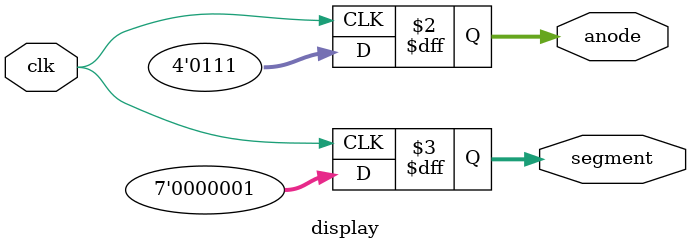
<source format=v>
`timescale 1ns / 1ps
module display(
anode,
segment,
clk,
    );

input clk;
output reg [3:0] anode;
output reg [6:0] segment;

//in-module reg
reg [3:0] value;


always @(posedge clk)
begin
    anode = 4'b0111;
    value = 4'b0000;
	case(value)
		4'b0000: segment = 7'b0000001;
		4'b0001: segment = 7'b1001111;
		4'b0010: segment = 7'b0010010;
		4'b0011: segment = 7'b0000110;
		4'b0100: segment = 7'b1001100;
		4'b0101: segment = 7'b0100100;
		4'b0110: segment = 7'b0100000;
		4'b0111: segment = 7'b0001111;
		4'b1000: segment = 7'b0000000;
		4'b1001: segment = 7'b0000100;
		4'b1111: segment = 7'b1111111; //case for display nothing
		default: segment = 7'b0000001;
	endcase
	
end

endmodule

</source>
